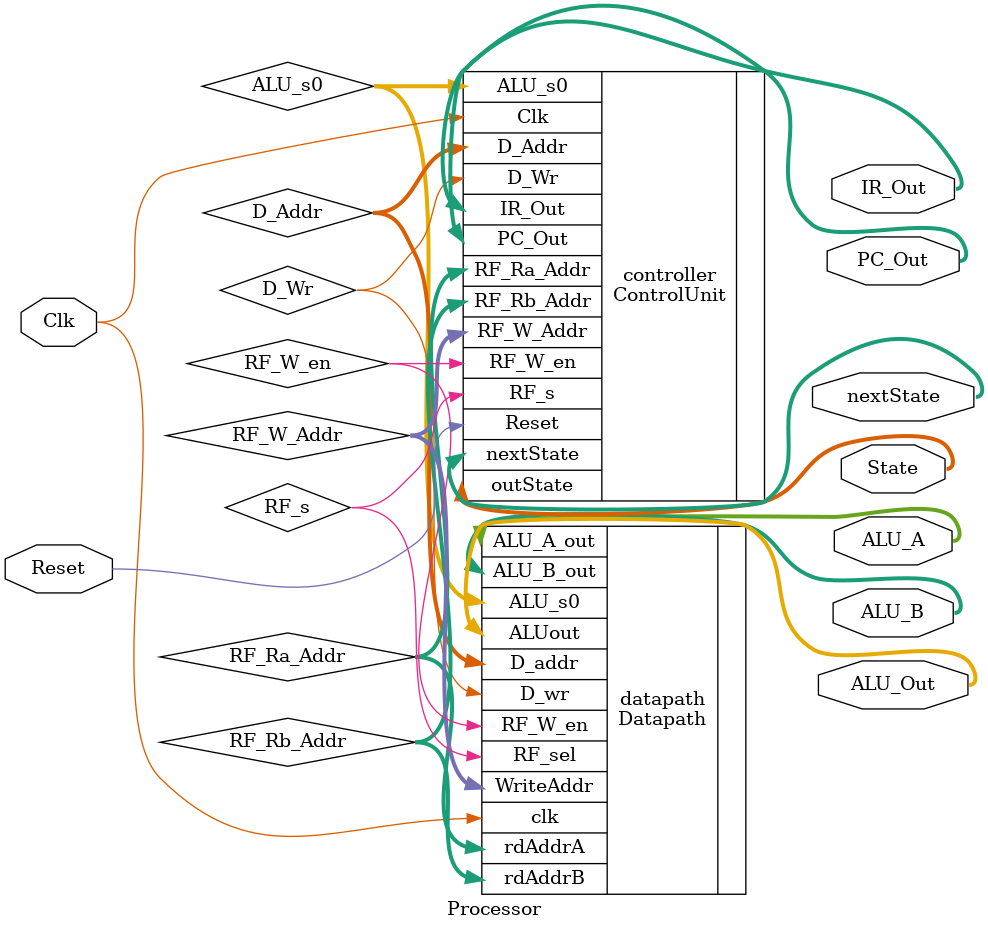
<source format=sv>
module Processor(Clk, Reset, IR_Out, PC_Out, State, nextState, ALU_A, ALU_B, ALU_Out);
	input Clk, Reset;
	output logic [15:0] IR_Out, ALU_A, ALU_B, ALU_Out;
	output logic [6:0] PC_Out;
	output logic [3:0] State, nextState;
	logic [2:0] ALU_s0;
	logic [7:0] D_Addr;
	logic D_Wr, RF_W_en, RF_s;
	logic [3:0] RF_Ra_Addr, RF_Rb_Addr, RF_W_Addr;

	/*ControlUnit(Clk, Reset, ALU_s0, D_Addr, D_Wr, IR_Out, nextState, outState, 	
		   PC_Out, RF_Ra_Addr, RF_Rb_Addr, RF_W_Addr, RF_W_en, RF_s);*/
	ControlUnit controller(.Clk(Clk), .Reset(Reset), .ALU_s0(ALU_s0), 
							.D_Addr(D_Addr), .D_Wr(D_Wr), .IR_Out(IR_Out), 
							.nextState(nextState), .outState(State), .PC_Out(PC_Out),
							.RF_Ra_Addr(RF_Ra_Addr), .RF_Rb_Addr(RF_Rb_Addr), 
							.RF_W_Addr(RF_W_Addr), .RF_W_en(RF_W_en), .RF_s(RF_s));

	/*module Datapath(ALU_s0, D_addr, clk, rdAddrA, D_wr, RF_sel, WriteAddr, 
                rdAddrB, RF_W_en, ALU_A_out, ALU_B_out, ALUout);*/
	Datapath datapath(.ALU_s0(ALU_s0), .D_addr(D_Addr), .clk(Clk), .rdAddrA(RF_Ra_Addr), 
						.D_wr(D_Wr), .RF_sel(RF_s), .WriteAddr(RF_W_Addr), .rdAddrB(RF_Rb_Addr), 
						.RF_W_en(RF_W_en), .ALU_A_out(ALU_A), .ALU_B_out(ALU_B), .ALUout(ALU_Out));

	
endmodule




</source>
